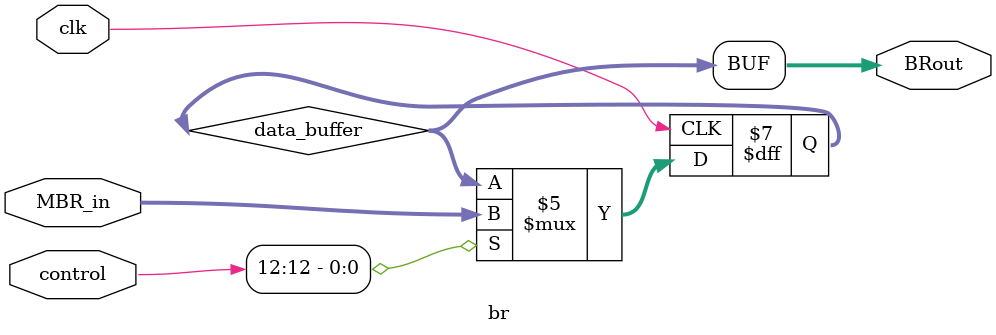
<source format=v>
`timescale 1ns / 1ps


module br(
    input clk,
    input [24:0]control,
    input [15:0] MBR_in,
    output [15:0] BRout
);
    reg [15:0] data_buffer;
    initial
    begin
    data_buffer=0;
    end
    assign BRout = data_buffer;
    always@(posedge clk)
    begin
    if(control[12]==1) data_buffer = MBR_in;
    end   
endmodule   

</source>
